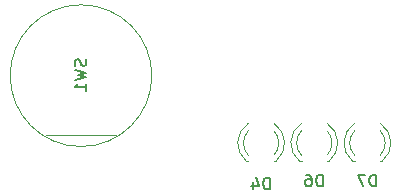
<source format=gbr>
%TF.GenerationSoftware,KiCad,Pcbnew,(5.1.9)-1*%
%TF.CreationDate,2021-04-16T14:28:35+02:00*%
%TF.ProjectId,loeti,6c6f6574-692e-46b6-9963-61645f706362,rev?*%
%TF.SameCoordinates,Original*%
%TF.FileFunction,Legend,Bot*%
%TF.FilePolarity,Positive*%
%FSLAX46Y46*%
G04 Gerber Fmt 4.6, Leading zero omitted, Abs format (unit mm)*
G04 Created by KiCad (PCBNEW (5.1.9)-1) date 2021-04-16 14:28:35*
%MOMM*%
%LPD*%
G01*
G04 APERTURE LIST*
%ADD10C,0.120000*%
%ADD11C,0.150000*%
G04 APERTURE END LIST*
D10*
%TO.C,SW1*%
X73750000Y23680000D02*
X67750000Y23680000D01*
X76750000Y28680000D02*
G75*
G03*
X76750000Y28680000I-6000000J0D01*
G01*
%TO.C,D7*%
X93920000Y21420000D02*
X93764000Y21420000D01*
X96236000Y21420000D02*
X96080000Y21420000D01*
X93920163Y24021130D02*
G75*
G03*
X93920000Y21939039I1079837J-1041130D01*
G01*
X96079837Y24021130D02*
G75*
G02*
X96080000Y21939039I-1079837J-1041130D01*
G01*
X93921392Y24652335D02*
G75*
G03*
X93764484Y21420000I1078608J-1672335D01*
G01*
X96078608Y24652335D02*
G75*
G02*
X96235516Y21420000I-1078608J-1672335D01*
G01*
%TO.C,D6*%
X89420000Y21420000D02*
X89264000Y21420000D01*
X91736000Y21420000D02*
X91580000Y21420000D01*
X89420163Y24021130D02*
G75*
G03*
X89420000Y21939039I1079837J-1041130D01*
G01*
X91579837Y24021130D02*
G75*
G02*
X91580000Y21939039I-1079837J-1041130D01*
G01*
X89421392Y24652335D02*
G75*
G03*
X89264484Y21420000I1078608J-1672335D01*
G01*
X91578608Y24652335D02*
G75*
G02*
X91735516Y21420000I-1078608J-1672335D01*
G01*
%TO.C,D4*%
X84920000Y21420000D02*
X84764000Y21420000D01*
X87236000Y21420000D02*
X87080000Y21420000D01*
X84920163Y24021130D02*
G75*
G03*
X84920000Y21939039I1079837J-1041130D01*
G01*
X87079837Y24021130D02*
G75*
G02*
X87080000Y21939039I-1079837J-1041130D01*
G01*
X84921392Y24652335D02*
G75*
G03*
X84764484Y21420000I1078608J-1672335D01*
G01*
X87078608Y24652335D02*
G75*
G02*
X87235516Y21420000I-1078608J-1672335D01*
G01*
%TO.C,SW1*%
D11*
X71154761Y30083333D02*
X71202380Y29940476D01*
X71202380Y29702380D01*
X71154761Y29607142D01*
X71107142Y29559523D01*
X71011904Y29511904D01*
X70916666Y29511904D01*
X70821428Y29559523D01*
X70773809Y29607142D01*
X70726190Y29702380D01*
X70678571Y29892857D01*
X70630952Y29988095D01*
X70583333Y30035714D01*
X70488095Y30083333D01*
X70392857Y30083333D01*
X70297619Y30035714D01*
X70250000Y29988095D01*
X70202380Y29892857D01*
X70202380Y29654761D01*
X70250000Y29511904D01*
X70202380Y29178571D02*
X71202380Y28940476D01*
X70488095Y28750000D01*
X71202380Y28559523D01*
X70202380Y28321428D01*
X71202380Y27416666D02*
X71202380Y27988095D01*
X71202380Y27702380D02*
X70202380Y27702380D01*
X70345238Y27797619D01*
X70440476Y27892857D01*
X70488095Y27988095D01*
%TO.C,D7*%
X95738095Y19297619D02*
X95738095Y20297619D01*
X95500000Y20297619D01*
X95357142Y20250000D01*
X95261904Y20154761D01*
X95214285Y20059523D01*
X95166666Y19869047D01*
X95166666Y19726190D01*
X95214285Y19535714D01*
X95261904Y19440476D01*
X95357142Y19345238D01*
X95500000Y19297619D01*
X95738095Y19297619D01*
X94833333Y20297619D02*
X94166666Y20297619D01*
X94595238Y19297619D01*
%TO.C,D6*%
X91238095Y19297619D02*
X91238095Y20297619D01*
X91000000Y20297619D01*
X90857142Y20250000D01*
X90761904Y20154761D01*
X90714285Y20059523D01*
X90666666Y19869047D01*
X90666666Y19726190D01*
X90714285Y19535714D01*
X90761904Y19440476D01*
X90857142Y19345238D01*
X91000000Y19297619D01*
X91238095Y19297619D01*
X89809523Y20297619D02*
X90000000Y20297619D01*
X90095238Y20250000D01*
X90142857Y20202380D01*
X90238095Y20059523D01*
X90285714Y19869047D01*
X90285714Y19488095D01*
X90238095Y19392857D01*
X90190476Y19345238D01*
X90095238Y19297619D01*
X89904761Y19297619D01*
X89809523Y19345238D01*
X89761904Y19392857D01*
X89714285Y19488095D01*
X89714285Y19726190D01*
X89761904Y19821428D01*
X89809523Y19869047D01*
X89904761Y19916666D01*
X90095238Y19916666D01*
X90190476Y19869047D01*
X90238095Y19821428D01*
X90285714Y19726190D01*
%TO.C,D4*%
X86738095Y19047619D02*
X86738095Y20047619D01*
X86500000Y20047619D01*
X86357142Y20000000D01*
X86261904Y19904761D01*
X86214285Y19809523D01*
X86166666Y19619047D01*
X86166666Y19476190D01*
X86214285Y19285714D01*
X86261904Y19190476D01*
X86357142Y19095238D01*
X86500000Y19047619D01*
X86738095Y19047619D01*
X85309523Y19714285D02*
X85309523Y19047619D01*
X85547619Y20095238D02*
X85785714Y19380952D01*
X85166666Y19380952D01*
%TD*%
M02*

</source>
